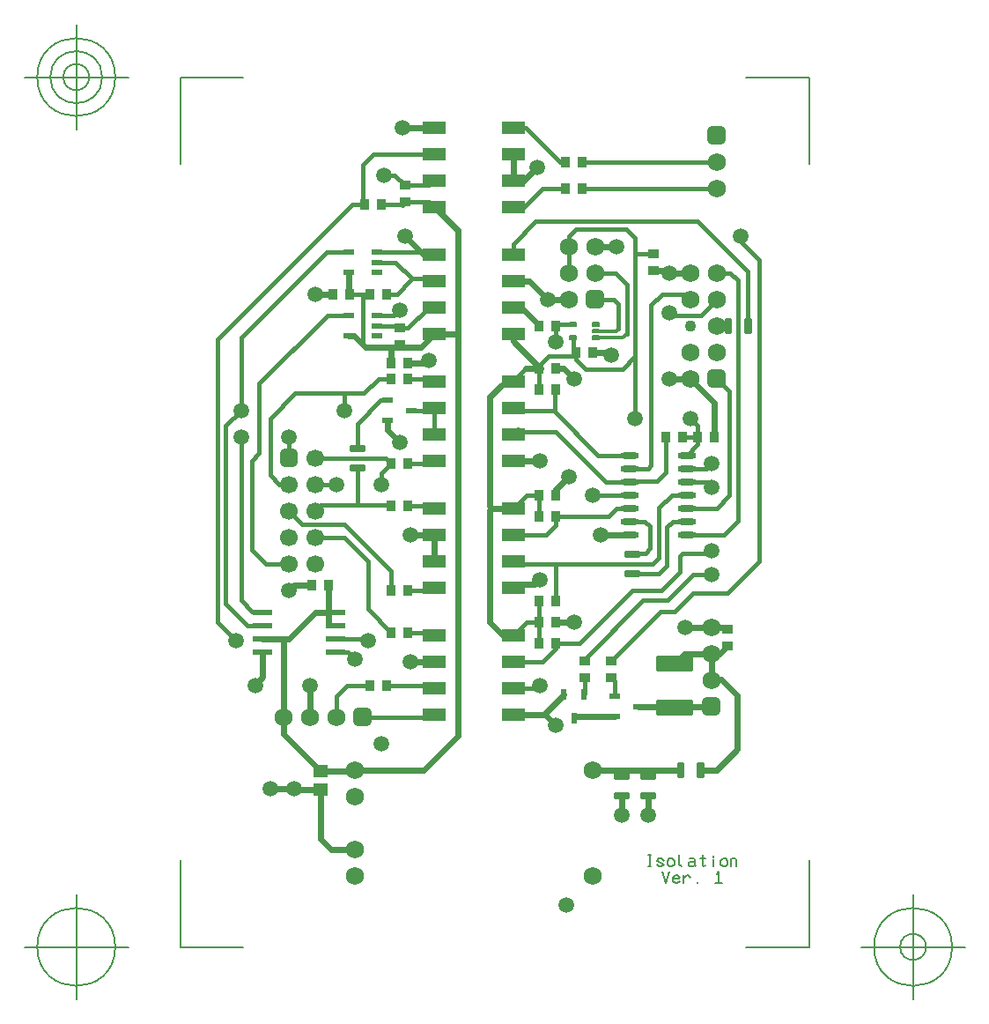
<source format=gbr>
G04 Generated by Ultiboard 11.0 *
%FSLAX25Y25*%
%MOIN*%

%ADD10C,0.01575*%
%ADD11C,0.02362*%
%ADD12C,0.01000*%
%ADD13C,0.00700*%
%ADD14C,0.01181*%
%ADD15C,0.00500*%
%ADD16C,0.05906*%
%ADD17R,0.02362X0.01181*%
%ADD18C,0.00787*%
%ADD19R,0.03740X0.03937*%
%ADD20R,0.02362X0.03937*%
%ADD21R,0.03937X0.03740*%
%ADD22C,0.06890*%
%ADD23R,0.02973X0.02973*%
%ADD24C,0.03917*%
%ADD25R,0.08661X0.04724*%
%ADD26R,0.04134X0.02362*%
%ADD27R,0.05709X0.04528*%
%ADD28R,0.07283X0.02362*%
%ADD29R,0.03937X0.02362*%
%ADD30C,0.06693*%
%ADD31R,0.02776X0.02776*%
%ADD32R,0.04168X0.01084*%
%ADD33C,0.01666*%
%ADD34R,0.01084X0.04168*%
%ADD35R,0.12500X0.04584*%
%ADD36O,0.07000X0.02400*%
%ADD37C,0.04285*%


G04 ColorRGB 00FF00 for the following layer *
%LNCopper Top*%
%LPD*%
%FSLAX25Y25*%
%MOIN*%
G54D10*
X227961Y136000D02*
X279798Y136000D01*
X252000Y106000D02*
X272000Y126000D01*
X252000Y106000D02*
X243150Y106000D01*
X254000Y92850D02*
X254000Y86787D01*
X254000Y99150D02*
X254000Y100000D01*
X249669Y221441D02*
X249669Y217181D01*
X249669Y217181D02*
X250850Y216000D01*
X250850Y213150D02*
X254400Y209600D01*
X250850Y216000D02*
X250850Y213150D01*
X250700Y262450D02*
X269730Y262450D01*
X248000Y259750D02*
X250700Y262450D01*
X249669Y226559D02*
X243709Y226559D01*
X249350Y214500D02*
X250850Y216000D01*
X254000Y100000D02*
X276100Y122100D01*
X235600Y265600D02*
X296750Y265600D01*
X304000Y277989D02*
X253161Y277989D01*
X253150Y288000D02*
X303989Y288000D01*
X242388Y193800D02*
X259188Y177000D01*
X262000Y167000D02*
X243000Y186000D01*
X263000Y154000D02*
X243150Y154000D01*
X226961Y253000D02*
X226961Y256961D01*
X248000Y246000D02*
X248000Y259750D01*
X182600Y250000D02*
X188925Y243675D01*
X175315Y250000D02*
X182600Y250000D01*
X175315Y253740D02*
X196299Y253740D01*
X164685Y253740D02*
X156494Y253740D01*
X156494Y253740D02*
X124100Y221346D01*
X166250Y272000D02*
X115100Y220850D01*
X126600Y112450D02*
X132170Y112450D01*
X124000Y122250D02*
X128250Y118000D01*
X124100Y193900D02*
X124000Y193800D01*
X118250Y120800D02*
X126600Y112450D01*
X124000Y194000D02*
X118250Y188250D01*
X124100Y193900D02*
X124100Y221346D01*
X128000Y175000D02*
X130850Y177850D01*
X133300Y136000D02*
X128000Y141300D01*
X128000Y141300D02*
X128000Y175000D01*
X124000Y184000D02*
X124000Y122250D01*
X118250Y188250D02*
X118250Y120800D01*
X115100Y113900D02*
X115100Y220850D01*
X115100Y113900D02*
X122000Y107000D01*
X243000Y122150D02*
X243000Y136000D01*
X187150Y126000D02*
X196039Y126000D01*
X196039Y126000D02*
X197039Y127000D01*
X172000Y118850D02*
X172000Y137000D01*
X180850Y126000D02*
X180850Y133150D01*
X187150Y110000D02*
X196039Y110000D01*
X179150Y90000D02*
X195000Y90000D01*
X170073Y78000D02*
X196000Y78000D01*
X159780Y107500D02*
X171500Y107500D01*
X159780Y102500D02*
X164500Y102500D01*
X128250Y118000D02*
X132000Y118000D01*
X164000Y90000D02*
X172000Y90000D01*
X160000Y86000D02*
X160000Y78073D01*
X160000Y86000D02*
X164000Y90000D01*
X172000Y118850D02*
X180850Y110000D01*
X167000Y100000D02*
X164500Y102500D01*
X196039Y110000D02*
X197039Y109000D01*
X226961Y89000D02*
X236000Y89000D01*
X236850Y106000D02*
X236850Y122000D01*
X226961Y99000D02*
X238000Y99000D01*
X238000Y99000D02*
X243000Y104000D01*
X231961Y114000D02*
X236850Y114000D01*
X222980Y109000D02*
X226961Y109000D01*
X226961Y109000D02*
X231961Y114000D01*
X243000Y104000D02*
X243000Y105925D01*
X187150Y206000D02*
X196039Y206000D01*
X187150Y174000D02*
X196039Y174000D01*
X187150Y158000D02*
X196039Y158000D01*
X188528Y194000D02*
X196039Y194000D01*
X183000Y238000D02*
X188150Y243150D01*
X188925Y243675D02*
X194325Y243675D01*
X187150Y225150D02*
X195000Y233000D01*
X144500Y200400D02*
X134950Y190850D01*
X176740Y197740D02*
X168000Y189000D01*
X168000Y189000D02*
X168000Y179750D01*
X130850Y177850D02*
X130850Y204200D01*
X134950Y190850D02*
X134950Y169400D01*
X152000Y176000D02*
X178850Y176000D01*
X154150Y158150D02*
X167539Y158150D01*
X160000Y166000D02*
X152000Y166000D01*
X152000Y146000D02*
X163000Y146000D01*
X163000Y151000D02*
X147000Y151000D01*
X154150Y158150D02*
X152000Y156000D01*
X147000Y151000D02*
X142000Y156000D01*
X133300Y136000D02*
X142000Y136000D01*
X142000Y184000D02*
X142000Y176000D01*
X138350Y166000D02*
X142000Y166000D01*
X134950Y169400D02*
X138350Y166000D01*
X168000Y158150D02*
X180700Y158150D01*
X180700Y158150D02*
X180850Y158000D01*
X167539Y158150D02*
X168000Y158611D01*
X168000Y158611D02*
X168000Y172250D01*
X163000Y146000D02*
X172000Y137000D01*
X180850Y133150D02*
X163000Y151000D01*
X178850Y176000D02*
X180850Y174000D01*
X177000Y170150D02*
X180850Y174000D01*
X177000Y166000D02*
X177000Y170150D01*
X170400Y200400D02*
X144500Y200400D01*
X164425Y230000D02*
X156650Y230000D01*
X156650Y230000D02*
X130850Y204200D01*
X169950Y237800D02*
X169950Y219800D01*
X176000Y206000D02*
X170400Y200400D01*
X163000Y200400D02*
X163000Y194000D01*
X180850Y206000D02*
X176000Y206000D01*
X179472Y197740D02*
X176740Y197740D01*
X175315Y226000D02*
X182639Y226000D01*
X165150Y238000D02*
X172000Y238000D01*
X175315Y229740D02*
X181000Y229740D01*
X179150Y238000D02*
X183000Y238000D01*
X184000Y225150D02*
X187150Y225150D01*
X181740Y229740D02*
X181000Y229740D01*
X184000Y232000D02*
X181740Y229740D01*
X197039Y185000D02*
X197039Y195000D01*
X228661Y186700D02*
X227961Y186000D01*
X196039Y158000D02*
X197039Y157000D01*
X196039Y174000D02*
X197039Y175000D01*
X236850Y154000D02*
X236850Y162000D01*
X226961Y157000D02*
X231961Y162000D01*
X227961Y136000D02*
X243000Y136000D01*
X239575Y147000D02*
X226961Y147000D01*
X226961Y137000D02*
X227961Y138000D01*
X226961Y137000D02*
X227961Y136000D01*
X239575Y147000D02*
X243000Y150425D01*
X243000Y153850D02*
X243000Y150425D01*
X227961Y186000D02*
X243000Y186000D01*
X231961Y162000D02*
X236850Y162000D01*
X196039Y206000D02*
X197039Y205000D01*
X196039Y194000D02*
X197039Y195000D01*
X194325Y243675D02*
X195694Y242306D01*
X195694Y242306D02*
X195694Y241654D01*
X243150Y226000D02*
X243150Y220150D01*
X226961Y223000D02*
X226961Y220039D01*
X236850Y202000D02*
X236850Y211000D01*
X240350Y214500D02*
X236850Y211000D01*
X242388Y193800D02*
X228161Y193800D01*
X225961Y204000D02*
X222980Y204000D01*
X231811Y209850D02*
X225961Y204000D01*
X228161Y193800D02*
X226961Y195000D01*
X242650Y193539D02*
X242650Y201500D01*
X242650Y201500D02*
X243150Y202000D01*
X249350Y214500D02*
X240350Y214500D01*
X243709Y226559D02*
X243150Y226000D01*
X186000Y279150D02*
X195189Y279150D01*
X186000Y272850D02*
X195189Y272850D01*
X197039Y291000D02*
X174261Y291000D01*
X182150Y283000D02*
X178000Y283000D01*
X186000Y279150D02*
X182150Y283000D01*
X170100Y286839D02*
X170100Y272000D01*
X166250Y272000D02*
X170850Y272000D01*
X177150Y272000D02*
X185150Y272000D01*
X170100Y286839D02*
X174261Y291000D01*
X226961Y256961D02*
X235600Y265600D01*
X238261Y278000D02*
X231261Y271000D01*
X231261Y271000D02*
X226961Y271000D01*
X238261Y278000D02*
X246850Y278000D01*
X244761Y288000D02*
X231761Y301000D01*
X231761Y301000D02*
X226961Y301000D01*
X246850Y288000D02*
X244761Y288000D01*
X280000Y253150D02*
X273299Y253150D01*
X273150Y191150D02*
X273150Y259031D01*
X320000Y137000D02*
X320000Y251000D01*
X320000Y251000D02*
X313000Y258000D01*
X296750Y265600D02*
X315750Y246600D01*
X283000Y126000D02*
X290000Y133000D01*
X272000Y126000D02*
X283000Y126000D01*
X288000Y118000D02*
X295000Y125000D01*
X295000Y125000D02*
X308000Y125000D01*
X308000Y125000D02*
X320000Y137000D01*
X285300Y122100D02*
X295200Y132000D01*
X264000Y99150D02*
X282850Y118000D01*
X282850Y118000D02*
X288000Y118000D01*
X276100Y122100D02*
X285300Y122100D01*
X265472Y91378D02*
X264000Y92850D01*
X265472Y85740D02*
X265472Y91378D01*
X315750Y246600D02*
X315750Y226000D01*
X279250Y173250D02*
X279250Y233750D01*
X296850Y181017D02*
X296850Y188150D01*
X296850Y188150D02*
X294000Y191000D01*
X312000Y243050D02*
X312000Y152200D01*
X308850Y161850D02*
X308850Y201150D01*
X286996Y162000D02*
X282050Y157054D01*
X282050Y157054D02*
X282050Y138252D01*
X279798Y136000D02*
X282050Y138252D01*
X271371Y167204D02*
X281378Y167204D01*
X281378Y167204D02*
X284715Y170541D01*
X284715Y170541D02*
X284715Y184000D01*
X284715Y184000D02*
X284850Y184000D01*
X285250Y149950D02*
X287300Y152000D01*
X285250Y135250D02*
X285250Y149950D01*
X282250Y132250D02*
X285250Y135250D01*
X272000Y132250D02*
X282250Y132250D01*
X266000Y157000D02*
X271167Y157000D01*
X266000Y157000D02*
X263000Y154000D01*
X277000Y140000D02*
X272000Y140000D01*
X278800Y141800D02*
X278800Y150100D01*
X278800Y141800D02*
X277000Y140000D01*
X276900Y152000D02*
X271167Y152000D01*
X276900Y152000D02*
X278800Y150100D01*
X271167Y162000D02*
X257000Y162000D01*
X259188Y177000D02*
X271167Y177000D01*
X271167Y167000D02*
X262000Y167000D01*
X278000Y172000D02*
X279250Y173250D01*
X271167Y172000D02*
X278000Y172000D01*
X271371Y167204D02*
X271167Y167000D01*
X292833Y157000D02*
X304000Y157000D01*
X304000Y157000D02*
X308850Y161850D01*
X291000Y140000D02*
X301000Y140000D01*
X302000Y141000D02*
X301000Y140000D01*
X292833Y147000D02*
X306800Y147000D01*
X295200Y132000D02*
X302000Y132000D01*
X290000Y139000D02*
X291000Y140000D01*
X290000Y133000D02*
X290000Y139000D01*
X287300Y152000D02*
X293000Y152000D01*
X306800Y147000D02*
X312000Y152200D01*
X296850Y181017D02*
X292833Y177000D01*
X291150Y184000D02*
X296850Y184000D01*
X302000Y165000D02*
X300000Y167000D01*
X292833Y167000D02*
X300000Y167000D01*
X302000Y174000D02*
X300000Y172000D01*
X292833Y172000D02*
X300000Y172000D01*
X292833Y162000D02*
X286996Y162000D01*
X292833Y177000D02*
X291339Y177000D01*
X292050Y237950D02*
X283450Y237950D01*
X283450Y237950D02*
X279250Y233750D01*
X273150Y214450D02*
X268300Y209600D01*
X268300Y209600D02*
X254400Y209600D01*
X266850Y224850D02*
X266850Y234150D01*
X265000Y236000D02*
X266850Y234150D01*
X265639Y245900D02*
X270000Y241539D01*
X270000Y223000D02*
X270000Y241539D01*
X265639Y245900D02*
X258100Y245900D01*
X265000Y236000D02*
X258000Y236000D01*
X258100Y245900D02*
X258000Y246000D01*
X304000Y206000D02*
X308850Y201150D01*
X287000Y230000D02*
X298000Y230000D01*
X298000Y230000D02*
X304000Y236000D01*
X292050Y237950D02*
X294000Y236000D01*
X287000Y230000D02*
X286000Y231000D01*
X304000Y226000D02*
X308250Y226000D01*
X304000Y246000D02*
X309050Y246000D01*
X309050Y246000D02*
X312000Y243050D01*
X313000Y260000D02*
X313000Y258000D01*
X269730Y262450D02*
X273150Y259031D01*
G54D11*
X250600Y78072D02*
X265285Y78072D01*
X250600Y78072D02*
X250000Y77472D01*
X243150Y114000D02*
X250000Y114000D01*
X246500Y209500D02*
X250000Y206000D01*
X196299Y253740D02*
X197039Y253000D01*
X206000Y223000D02*
X206000Y262039D01*
X197039Y253000D02*
X193000Y253000D01*
X193000Y253000D02*
X186000Y260000D01*
X225861Y128100D02*
X226961Y127000D01*
X228011Y128050D02*
X235050Y128050D01*
X226961Y127000D02*
X228011Y128050D01*
X235050Y128050D02*
X237000Y130000D01*
X218200Y113780D02*
X218200Y156200D01*
X157150Y113150D02*
X157150Y128000D01*
X150850Y128000D02*
X144000Y128000D01*
X142000Y126000D02*
X144000Y128000D01*
X149900Y127050D02*
X150850Y128000D01*
X206000Y70892D02*
X206000Y222308D01*
X197039Y99000D02*
X188000Y99000D01*
X167000Y58000D02*
X193108Y58000D01*
X154000Y57543D02*
X140073Y71470D01*
X154000Y32000D02*
X158000Y28000D01*
X158000Y28000D02*
X167000Y28000D01*
X154000Y57543D02*
X166543Y57543D01*
X154000Y50457D02*
X154000Y32000D01*
X144000Y51000D02*
X135000Y51000D01*
X144543Y50457D02*
X154000Y50457D01*
X154000Y57543D02*
X154000Y59000D01*
X166543Y57543D02*
X167000Y58000D01*
X152174Y117674D02*
X157176Y117674D01*
X140073Y71470D02*
X140073Y107427D01*
X132220Y102500D02*
X132220Y93220D01*
X132220Y93220D02*
X130000Y91000D01*
X150073Y78000D02*
X150073Y89927D01*
X132220Y107500D02*
X142000Y107500D01*
X142000Y107500D02*
X152174Y117674D01*
X193108Y58000D02*
X206000Y70892D01*
X218200Y113780D02*
X222980Y109000D01*
X238732Y79000D02*
X246260Y86528D01*
X226961Y79000D02*
X239000Y79000D01*
X239000Y79000D02*
X243000Y75000D01*
X171000Y218000D02*
X192039Y218000D01*
X187150Y212000D02*
X194000Y212000D01*
X197039Y147000D02*
X188000Y147000D01*
X179472Y186528D02*
X184000Y182000D01*
X179472Y190260D02*
X179472Y186528D01*
X158850Y238000D02*
X152000Y238000D01*
X180850Y212000D02*
X180850Y217850D01*
X166740Y222260D02*
X171000Y218000D01*
X164685Y222260D02*
X166740Y222260D01*
X164685Y246260D02*
X164685Y238315D01*
X218200Y157692D02*
X218200Y199220D01*
X218892Y157000D02*
X226961Y157000D01*
X218200Y156200D02*
X219000Y157000D01*
X218200Y157692D02*
X218892Y157000D01*
X197039Y147000D02*
X197039Y137000D01*
X226961Y175000D02*
X237000Y175000D01*
X243150Y162000D02*
X243150Y164150D01*
X243150Y164150D02*
X248000Y169000D01*
X222980Y204000D02*
X218200Y199220D01*
X197039Y223000D02*
X192039Y218000D01*
X206000Y222308D02*
X205308Y223000D01*
X197039Y223000D02*
X205308Y223000D01*
X226961Y220039D02*
X237000Y210000D01*
X231811Y209850D02*
X237358Y209850D01*
X243150Y210000D02*
X246000Y210000D01*
X230000Y233000D02*
X237000Y226000D01*
X233000Y243000D02*
X240000Y236000D01*
X226961Y233000D02*
X230000Y233000D01*
X226961Y243000D02*
X233000Y243000D01*
X248000Y236000D02*
X240000Y236000D01*
X197039Y301000D02*
X185000Y301000D01*
X185150Y272000D02*
X186000Y272850D01*
X206000Y262039D02*
X197039Y271000D01*
X226961Y291000D02*
X226961Y281000D01*
X231000Y281050D02*
X235950Y286000D01*
X226961Y281000D02*
X231000Y281000D01*
X311800Y65850D02*
X303950Y58000D01*
X290250Y58000D02*
X258000Y58000D01*
X268000Y48250D02*
X268000Y41000D01*
X256700Y57700D02*
X257000Y58000D01*
X256700Y57700D02*
X256350Y57700D01*
X278000Y41000D02*
X278000Y48250D01*
X297750Y58000D02*
X304000Y58000D01*
X274528Y82000D02*
X287667Y82000D01*
X265285Y78072D02*
X265472Y78260D01*
X302200Y92200D02*
X302000Y92000D01*
X302200Y92200D02*
X305808Y92200D01*
X302000Y92000D02*
X302000Y102000D01*
X305808Y92200D02*
X311800Y86208D01*
X302000Y82000D02*
X288333Y82000D01*
X287667Y82000D02*
X288000Y81667D01*
X311800Y86208D02*
X311800Y65850D01*
X291667Y102000D02*
X305150Y102000D01*
X292000Y112000D02*
X307150Y112000D01*
X291667Y102000D02*
X288000Y98333D01*
X307150Y112000D02*
X308000Y111150D01*
X305150Y102000D02*
X308000Y104850D01*
X303150Y184000D02*
X303150Y196850D01*
X271167Y147000D02*
X261000Y147000D01*
X285150Y246850D02*
X286000Y246000D01*
X294000Y206000D02*
X286000Y206000D01*
X286000Y246000D02*
X294000Y246000D01*
X280000Y246850D02*
X285150Y246850D01*
X264000Y215000D02*
X263000Y216000D01*
X257150Y216000D02*
X263000Y216000D01*
X303150Y196850D02*
X294000Y206000D01*
X258000Y256000D02*
X266000Y256000D01*
G54D12*
X132170Y112450D02*
X132220Y112500D01*
X236000Y89000D02*
X237000Y90000D01*
X243150Y164150D02*
X243000Y164000D01*
X246500Y209500D02*
X246000Y210000D01*
X195189Y279150D02*
X197039Y281000D01*
G54D13*
X278202Y21350D02*
X279098Y21350D01*
X278202Y25849D02*
X279098Y25849D01*
X278650Y21350D02*
X278650Y25849D01*
X281338Y22250D02*
X282234Y21350D01*
X282234Y21350D02*
X283129Y21350D01*
X283129Y21350D02*
X284025Y22250D01*
X284025Y22250D02*
X281338Y23600D01*
X281338Y23600D02*
X282234Y24499D01*
X282234Y24499D02*
X283129Y24499D01*
X283129Y24499D02*
X284025Y23600D01*
X285369Y22250D02*
X286265Y21350D01*
X286265Y21350D02*
X287161Y21350D01*
X287161Y21350D02*
X288057Y22250D01*
X288057Y22250D02*
X288057Y23600D01*
X288057Y23600D02*
X287161Y24499D01*
X287161Y24499D02*
X286265Y24499D01*
X286265Y24499D02*
X285369Y23600D01*
X285369Y23600D02*
X285369Y22250D01*
X289849Y25849D02*
X289849Y22250D01*
X289849Y22250D02*
X290745Y21350D01*
X293880Y24499D02*
X295224Y24499D01*
X295224Y24499D02*
X295672Y24049D01*
X295672Y24049D02*
X295672Y21800D01*
X295672Y21800D02*
X295224Y21350D01*
X295224Y21350D02*
X293880Y21350D01*
X293880Y21350D02*
X293432Y21800D01*
X293432Y21800D02*
X293432Y22700D01*
X293432Y22700D02*
X293880Y23150D01*
X293880Y23150D02*
X295672Y23150D01*
X295672Y21800D02*
X296120Y21350D01*
X299703Y21800D02*
X299255Y21350D01*
X299255Y21350D02*
X298808Y21800D01*
X298808Y21800D02*
X298808Y25849D01*
X297912Y24499D02*
X299703Y24499D01*
X302839Y21350D02*
X302839Y24049D01*
X302839Y24949D02*
X302839Y25399D01*
X305527Y22250D02*
X306423Y21350D01*
X306423Y21350D02*
X307318Y21350D01*
X307318Y21350D02*
X308214Y22250D01*
X308214Y22250D02*
X308214Y23600D01*
X308214Y23600D02*
X307318Y24499D01*
X307318Y24499D02*
X306423Y24499D01*
X306423Y24499D02*
X305527Y23600D01*
X305527Y23600D02*
X305527Y22250D01*
X309558Y21350D02*
X309558Y24049D01*
X309558Y24049D02*
X309558Y24499D01*
X309558Y24049D02*
X310006Y24499D01*
X310006Y24499D02*
X310902Y24499D01*
X310902Y24499D02*
X311350Y24049D01*
X311350Y24049D02*
X311350Y21350D01*
X283353Y19550D02*
X284697Y15051D01*
X284697Y15051D02*
X286041Y19550D01*
X290073Y15951D02*
X289177Y15051D01*
X289177Y15051D02*
X288281Y15051D01*
X288281Y15051D02*
X287385Y15951D01*
X287385Y15951D02*
X287385Y17300D01*
X287385Y17300D02*
X288281Y18200D01*
X288281Y18200D02*
X289177Y18200D01*
X289177Y18200D02*
X290073Y17300D01*
X290073Y17300D02*
X289625Y16850D01*
X289625Y16850D02*
X287385Y16850D01*
X291416Y16850D02*
X292760Y18200D01*
X292760Y18200D02*
X293208Y18200D01*
X293208Y18200D02*
X294104Y17300D01*
X291416Y15051D02*
X291416Y18200D01*
X296792Y15051D02*
X296792Y15501D01*
X303959Y18650D02*
X304855Y19550D01*
X304855Y19550D02*
X304855Y15051D01*
X303511Y15051D02*
X306199Y15051D01*
G54D14*
X258331Y221441D02*
X268441Y221441D01*
X268441Y221441D02*
X270000Y223000D01*
X258331Y224000D02*
X266000Y224000D01*
X266850Y224850D02*
X266000Y224000D01*
G54D15*
X101000Y-9000D02*
X101000Y23900D01*
X101000Y-9000D02*
X124800Y-9000D01*
X339000Y-9000D02*
X315200Y-9000D01*
X339000Y-9000D02*
X339000Y23900D01*
X339000Y320000D02*
X339000Y287100D01*
X339000Y320000D02*
X315200Y320000D01*
X101000Y320000D02*
X124800Y320000D01*
X101000Y320000D02*
X101000Y287100D01*
X81315Y-9000D02*
X41945Y-9000D01*
X61630Y-28685D02*
X61630Y10685D01*
X46866Y-9000D02*
G75*
D01*
G02X46866Y-9000I14764J0*
G01*
X358685Y-9000D02*
X398055Y-9000D01*
X378370Y-28685D02*
X378370Y10685D01*
X363606Y-9000D02*
G75*
D01*
G02X363606Y-9000I14764J0*
G01*
X373449Y-9000D02*
G75*
D01*
G02X373449Y-9000I4921J0*
G01*
X81315Y320000D02*
X41945Y320000D01*
X61630Y300315D02*
X61630Y339685D01*
X46866Y320000D02*
G75*
D01*
G02X46866Y320000I14764J0*
G01*
X51787Y320000D02*
G75*
D01*
G02X51787Y320000I9843J0*
G01*
X56709Y320000D02*
G75*
D01*
G02X56709Y320000I4921J0*
G01*
G54D16*
X250000Y114000D03*
X248000Y169000D03*
X250000Y206000D03*
X124000Y194000D03*
X124000Y184000D03*
X129472Y90000D03*
X122000Y107000D03*
X237000Y130000D03*
X142000Y126000D03*
X188000Y99000D03*
X144000Y51000D03*
X135000Y51000D03*
X150000Y90000D03*
X177000Y68000D03*
X172000Y107000D03*
X167000Y100000D03*
X247000Y7000D03*
X237000Y90000D03*
X243000Y75000D03*
X188000Y147000D03*
X160000Y166000D03*
X142000Y184000D03*
X177000Y166000D03*
X184000Y182000D03*
X152000Y238000D03*
X163000Y194000D03*
X184000Y232000D03*
X237000Y175000D03*
X195000Y213000D03*
X243000Y220000D03*
X240000Y236000D03*
X186000Y260000D03*
X185000Y301000D03*
X178000Y283000D03*
X236000Y286000D03*
X266000Y256000D03*
X268000Y41000D03*
X278000Y41000D03*
X292000Y112000D03*
X273000Y191000D03*
X294000Y191000D03*
X257000Y162000D03*
X260000Y147000D03*
X302000Y141000D03*
X302000Y132000D03*
X302000Y174000D03*
X302000Y165000D03*
X286000Y231000D03*
X286000Y246000D03*
X286000Y206000D03*
X264000Y215000D03*
X313000Y260000D03*
G54D17*
X249669Y221441D03*
X249669Y226559D03*
X258331Y221441D03*
X258331Y224000D03*
X258331Y226559D03*
G54D18*
X248488Y220851D02*
X250850Y220851D01*
X250850Y222031D01*
X248488Y222031D01*
X248488Y220851D01*D02*
X248488Y225969D02*
X250850Y225969D01*
X250850Y227149D01*
X248488Y227149D01*
X248488Y225969D01*D02*
X257150Y220851D02*
X259512Y220851D01*
X259512Y222031D01*
X257150Y222031D01*
X257150Y220851D01*D02*
X257150Y223410D02*
X259512Y223410D01*
X259512Y224590D01*
X257150Y224590D01*
X257150Y223410D01*D02*
X257150Y225969D02*
X259512Y225969D01*
X259512Y227149D01*
X257150Y227149D01*
X257150Y225969D01*D02*
G54D19*
X250850Y216000D03*
X257150Y216000D03*
X253150Y278000D03*
X246850Y278000D03*
X253150Y288000D03*
X246850Y288000D03*
X150850Y128000D03*
X157150Y128000D03*
X187150Y126000D03*
X180850Y126000D03*
X187150Y110000D03*
X180850Y110000D03*
X172850Y90000D03*
X179150Y90000D03*
X236850Y114000D03*
X243150Y114000D03*
X236850Y122000D03*
X243150Y122000D03*
X236850Y106000D03*
X243150Y106000D03*
X187150Y212000D03*
X180850Y212000D03*
X187150Y206000D03*
X180850Y206000D03*
X187150Y174000D03*
X180850Y174000D03*
X187150Y158000D03*
X180850Y158000D03*
X158850Y238000D03*
X165150Y238000D03*
X172850Y238000D03*
X179150Y238000D03*
X236850Y154000D03*
X243150Y154000D03*
X236850Y162000D03*
X243150Y162000D03*
X236850Y226000D03*
X243150Y226000D03*
X236850Y210000D03*
X243150Y210000D03*
X236850Y202000D03*
X243150Y202000D03*
X170850Y272000D03*
X177150Y272000D03*
X284850Y184000D03*
X291150Y184000D03*
X296850Y184000D03*
X303150Y184000D03*
G54D20*
X250000Y77472D03*
X246260Y86528D03*
X253740Y86528D03*
G54D21*
X254000Y92850D03*
X254000Y99150D03*
X184000Y218850D03*
X184000Y225150D03*
X186000Y272850D03*
X186000Y279150D03*
X280000Y253150D03*
X280000Y246850D03*
X264000Y92850D03*
X264000Y99150D03*
X308000Y111150D03*
X308000Y104850D03*
G54D22*
X248000Y246000D03*
X248000Y236000D03*
X248000Y256000D03*
X258000Y256000D03*
X258000Y246000D03*
X167000Y28000D03*
X167000Y18000D03*
X167000Y48000D03*
X167000Y58000D03*
X257000Y18000D03*
X257000Y58000D03*
X160073Y78000D03*
X140073Y78000D03*
X150073Y78000D03*
X302000Y92000D03*
X302000Y112000D03*
X302000Y102000D03*
X294000Y206000D03*
X294000Y216000D03*
X304000Y216000D03*
X294000Y236000D03*
X294000Y246000D03*
X304000Y236000D03*
X304000Y226000D03*
X304000Y246000D03*
X304000Y277989D03*
X304000Y287989D03*
G54D23*
X258000Y236000D03*
X170073Y78000D03*
X302000Y82000D03*
X304000Y206000D03*
X304000Y297989D03*
G54D24*
X256514Y234514D02*
X259486Y234514D01*
X259486Y237486D01*
X256514Y237486D01*
X256514Y234514D01*D02*
X168587Y76514D02*
X171559Y76514D01*
X171559Y79486D01*
X168587Y79486D01*
X168587Y76514D01*D02*
X140612Y174612D02*
X143388Y174612D01*
X143388Y177388D01*
X140612Y177388D01*
X140612Y174612D01*D02*
X300514Y80514D02*
X303486Y80514D01*
X303486Y83486D01*
X300514Y83486D01*
X300514Y80514D01*D02*
X302514Y204514D02*
X305486Y204514D01*
X305486Y207486D01*
X302514Y207486D01*
X302514Y204514D01*D02*
X302514Y296503D02*
X305486Y296503D01*
X305486Y299475D01*
X302514Y299475D01*
X302514Y296503D01*D02*
G54D25*
X226961Y253000D03*
X197039Y253000D03*
X197039Y223000D03*
X197039Y233000D03*
X197039Y243000D03*
X226961Y223000D03*
X226961Y233000D03*
X226961Y243000D03*
X197039Y127000D03*
X226961Y127000D03*
X197039Y157000D03*
X197039Y137000D03*
X197039Y147000D03*
X226961Y157000D03*
X226961Y137000D03*
X226961Y147000D03*
X197039Y79000D03*
X197039Y89000D03*
X197039Y109000D03*
X197039Y99000D03*
X226961Y79000D03*
X226961Y89000D03*
X226961Y109000D03*
X226961Y99000D03*
X197039Y175000D03*
X197039Y185000D03*
X226961Y175000D03*
X226961Y185000D03*
X197039Y205000D03*
X197039Y195000D03*
X226961Y205000D03*
X226961Y195000D03*
X197039Y281000D03*
X197039Y271000D03*
X197039Y301000D03*
X197039Y291000D03*
X226961Y281000D03*
X226961Y271000D03*
X226961Y301000D03*
X226961Y291000D03*
G54D26*
X175315Y246260D03*
X175315Y250000D03*
X164685Y246260D03*
X175315Y253740D03*
X164685Y253740D03*
X175315Y222260D03*
X175315Y226000D03*
X175315Y229740D03*
X164685Y222260D03*
X164685Y229740D03*
G54D27*
X154000Y50457D03*
X154000Y57543D03*
G54D28*
X159780Y102500D03*
X159780Y107500D03*
X159780Y112500D03*
X159780Y117500D03*
X132220Y107500D03*
X132220Y102500D03*
X132220Y112500D03*
X132220Y117500D03*
G54D29*
X188528Y194000D03*
X179472Y190260D03*
X179472Y197740D03*
X265472Y85740D03*
X265472Y78260D03*
X274528Y82000D03*
G54D30*
X142000Y156000D03*
X152000Y156000D03*
X142000Y136000D03*
X142000Y146000D03*
X152000Y136000D03*
X152000Y146000D03*
X142000Y166000D03*
X152000Y176000D03*
X152000Y166000D03*
G54D31*
X142000Y176000D03*
G54D32*
X168000Y172250D03*
X168000Y179750D03*
X278000Y48250D03*
X278000Y55750D03*
X268000Y48250D03*
X268000Y55750D03*
X272000Y139750D03*
X272000Y132250D03*
G54D33*
X165916Y171708D02*
X170084Y171708D01*
X170084Y172792D01*
X165916Y172792D01*
X165916Y171708D01*D02*
X165916Y179208D02*
X170084Y179208D01*
X170084Y180292D01*
X165916Y180292D01*
X165916Y179208D01*D02*
X275916Y47708D02*
X280084Y47708D01*
X280084Y48792D01*
X275916Y48792D01*
X275916Y47708D01*D02*
X275916Y55208D02*
X280084Y55208D01*
X280084Y56292D01*
X275916Y56292D01*
X275916Y55208D01*D02*
X265916Y47708D02*
X270084Y47708D01*
X270084Y48792D01*
X265916Y48792D01*
X265916Y47708D01*D02*
X265916Y55208D02*
X270084Y55208D01*
X270084Y56292D01*
X265916Y56292D01*
X265916Y55208D01*D02*
X297208Y55916D02*
X298292Y55916D01*
X298292Y60084D01*
X297208Y60084D01*
X297208Y55916D01*D02*
X289708Y55916D02*
X290792Y55916D01*
X290792Y60084D01*
X289708Y60084D01*
X289708Y55916D01*D02*
X281750Y96041D02*
X294250Y96041D01*
X294250Y100625D01*
X281750Y100625D01*
X281750Y96041D01*D02*
X281750Y79375D02*
X294250Y79375D01*
X294250Y83959D01*
X281750Y83959D01*
X281750Y79375D01*D02*
X315208Y223916D02*
X316292Y223916D01*
X316292Y228084D01*
X315208Y228084D01*
X315208Y223916D01*D02*
X307708Y223916D02*
X308792Y223916D01*
X308792Y228084D01*
X307708Y228084D01*
X307708Y223916D01*D02*
X269916Y139208D02*
X274084Y139208D01*
X274084Y140292D01*
X269916Y140292D01*
X269916Y139208D01*D02*
X269916Y131708D02*
X274084Y131708D01*
X274084Y132792D01*
X269916Y132792D01*
X269916Y131708D01*D02*
G54D34*
X297750Y58000D03*
X290250Y58000D03*
X315750Y226000D03*
X308250Y226000D03*
G54D35*
X288000Y98333D03*
X288000Y81667D03*
G54D36*
X271167Y157000D03*
X271167Y152000D03*
X271167Y147000D03*
X271167Y162000D03*
X271167Y167000D03*
X271167Y172000D03*
X271167Y177000D03*
X292833Y157000D03*
X292833Y152000D03*
X292833Y147000D03*
X292833Y172000D03*
X292833Y162000D03*
X292833Y167000D03*
X292833Y177000D03*
G54D37*
X294000Y226000D03*

M00*

</source>
